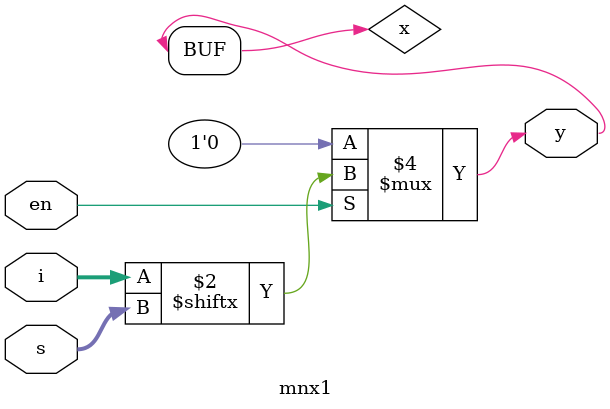
<source format=v>
module mnx1 #(parameter N=4 )(
    input en,
    input [$clog2(N)-1:0] s,
    input [N-1:0] i,
    output y
);
    reg x;
    always @(*) begin
        if (en)
            x = i[s];
        else
            x = 0;
    end
    assign y = x;
endmodule
</source>
